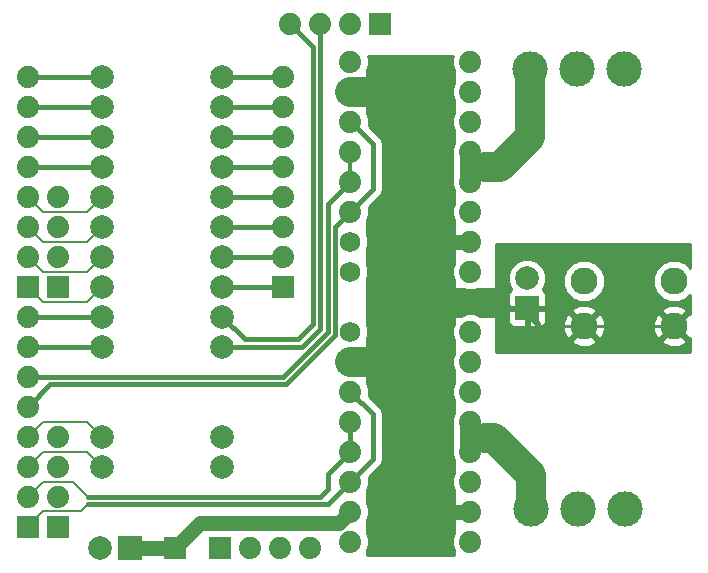
<source format=gtl>
%FSLAX46Y46*%
G04 Gerber Fmt 4.6, Leading zero omitted, Abs format (unit mm)*
G04 Created by KiCad (PCBNEW (2014-09-19 BZR 5142)-product) date Wed 08 Oct 2014 09:05:39 PM EDT*
%MOMM*%
G01*
G04 APERTURE LIST*
%ADD10C,0.100000*%
%ADD11R,1.998980X1.998980*%
%ADD12C,1.998980*%
%ADD13R,1.879600X1.879600*%
%ADD14C,1.879600*%
%ADD15C,1.727200*%
%ADD16C,2.286000*%
%ADD17C,3.000000*%
%ADD18C,0.203200*%
%ADD19C,0.381000*%
%ADD20C,0.304800*%
%ADD21C,0.508000*%
%ADD22C,2.540000*%
%ADD23C,1.778000*%
%ADD24C,1.270000*%
%ADD25C,0.254000*%
G04 APERTURE END LIST*
D10*
D11*
X62230000Y-84582000D03*
D12*
X59690000Y-84582000D03*
D13*
X53610000Y-82812000D03*
D14*
X53610000Y-80272000D03*
X53610000Y-77732000D03*
X53610000Y-75192000D03*
X53610000Y-72652000D03*
X53610000Y-70112000D03*
X53610000Y-67572000D03*
X53610000Y-65032000D03*
X91075000Y-61222000D03*
X91075000Y-58682000D03*
X91075000Y-56142000D03*
X91075000Y-53602000D03*
X91075000Y-51062000D03*
X91075000Y-48522000D03*
X91075000Y-45982000D03*
X91075000Y-43442000D03*
X80915000Y-43442000D03*
X80915000Y-45982000D03*
X80915000Y-48522000D03*
X80915000Y-51062000D03*
X80915000Y-53602000D03*
X80915000Y-56142000D03*
D15*
X80915000Y-58682000D03*
X80915000Y-61222000D03*
D11*
X95870000Y-64308000D03*
D12*
X95870000Y-61768000D03*
D13*
X56150000Y-82812000D03*
D14*
X56150000Y-80272000D03*
X56150000Y-77732000D03*
X56150000Y-75192000D03*
D13*
X53610000Y-62492000D03*
D14*
X53610000Y-59952000D03*
X53610000Y-57412000D03*
X53610000Y-54872000D03*
X53610000Y-52332000D03*
X53610000Y-49792000D03*
X53610000Y-47252000D03*
X53610000Y-44712000D03*
D13*
X69850000Y-84582000D03*
D14*
X72390000Y-84582000D03*
X74930000Y-84582000D03*
X77470000Y-84582000D03*
D13*
X83455000Y-40267000D03*
D14*
X80915000Y-40267000D03*
X78375000Y-40267000D03*
X75835000Y-40267000D03*
D13*
X56150000Y-62492000D03*
D14*
X56150000Y-59952000D03*
X56150000Y-57412000D03*
X56150000Y-54872000D03*
D13*
X75200000Y-62492000D03*
D14*
X75200000Y-59952000D03*
X75200000Y-57412000D03*
X75200000Y-54872000D03*
X75200000Y-52332000D03*
X75200000Y-49792000D03*
X75200000Y-47252000D03*
X75200000Y-44712000D03*
D12*
X70041260Y-75192000D03*
X59881260Y-75192000D03*
X70041260Y-67572000D03*
X59881260Y-67572000D03*
X70041260Y-65032000D03*
X59881260Y-65032000D03*
X59881260Y-62492000D03*
X70041260Y-62492000D03*
X59881260Y-59952000D03*
X70041260Y-59952000D03*
X59881260Y-57412000D03*
X70041260Y-57412000D03*
X59881260Y-54872000D03*
X70041260Y-54872000D03*
X59881260Y-52332000D03*
X70041260Y-52332000D03*
X59881260Y-49792000D03*
X70041260Y-49792000D03*
X59881260Y-47252000D03*
X70041260Y-47252000D03*
X59881260Y-44712000D03*
X70041260Y-44712000D03*
D16*
X108316000Y-65832000D03*
X108316000Y-62022000D03*
X100696000Y-65832000D03*
X100696000Y-62022000D03*
D13*
X66040000Y-84582000D03*
D12*
X70041260Y-77732000D03*
X59881260Y-77732000D03*
D14*
X91075000Y-84082000D03*
X91075000Y-81542000D03*
X91075000Y-79002000D03*
X91075000Y-76462000D03*
X91075000Y-73922000D03*
X91075000Y-71382000D03*
X91075000Y-68842000D03*
X91075000Y-66302000D03*
D15*
X80915000Y-66302000D03*
D14*
X80915000Y-68842000D03*
X80915000Y-71382000D03*
X80915000Y-73922000D03*
X80915000Y-76462000D03*
X80915000Y-79002000D03*
X80915000Y-81542000D03*
X80915000Y-84082000D03*
D17*
X96155000Y-44077000D03*
X104079800Y-44077000D03*
X100117400Y-44077000D03*
X104140000Y-81280000D03*
X96215200Y-81280000D03*
X100177600Y-81280000D03*
D18*
X54905399Y-81516601D02*
X53610000Y-82812000D01*
X58080409Y-81516601D02*
X54905399Y-81516601D01*
D19*
X79009990Y-80907010D02*
X80915000Y-79002000D01*
X58690000Y-80907010D02*
X59941297Y-80907010D01*
X59941297Y-80907010D02*
X79009990Y-80907010D01*
D18*
X58080409Y-81516601D02*
X58690000Y-80907010D01*
D19*
X82820000Y-73287000D02*
X80915000Y-71382000D01*
X82820000Y-77097000D02*
X82820000Y-73287000D01*
X80915000Y-79002000D02*
X82820000Y-77097000D01*
D18*
X53610000Y-80272000D02*
X54854601Y-79027399D01*
X54854601Y-79027399D02*
X57445399Y-79027399D01*
X57445399Y-79027399D02*
X58690000Y-80272000D01*
D19*
X80915000Y-76462000D02*
X80915000Y-73922000D01*
X79010000Y-79637000D02*
X79010000Y-78367000D01*
X78375000Y-80272000D02*
X79010000Y-79637000D01*
X79010000Y-78367000D02*
X80915000Y-76462000D01*
X58690000Y-80272000D02*
X78375000Y-80272000D01*
D18*
X58881771Y-76732511D02*
X59881260Y-77732000D01*
X58636659Y-76487399D02*
X58881771Y-76732511D01*
X54854601Y-76487399D02*
X58636659Y-76487399D01*
X53610000Y-77732000D02*
X54854601Y-76487399D01*
X58636659Y-73947399D02*
X58881771Y-74192511D01*
X58881771Y-74192511D02*
X59881260Y-75192000D01*
X54854601Y-73947399D02*
X58636659Y-73947399D01*
X53610000Y-75192000D02*
X54854601Y-73947399D01*
D19*
X80915000Y-56142000D02*
X82807290Y-54249710D01*
X82807290Y-54249710D02*
X82807290Y-50414290D01*
X82807290Y-50414290D02*
X81854799Y-49461799D01*
X81854799Y-49461799D02*
X80915000Y-48522000D01*
X79645010Y-66565029D02*
X75463029Y-70747010D01*
X55514990Y-70747010D02*
X53610000Y-72652000D01*
X75463029Y-70747010D02*
X55514990Y-70747010D01*
X79645010Y-60215028D02*
X79645010Y-60542608D01*
X79645010Y-60542608D02*
X79645010Y-66565029D01*
X79645010Y-57411990D02*
X80915000Y-56142000D01*
X79645010Y-60542608D02*
X79645010Y-57411990D01*
X53610000Y-70112000D02*
X70904790Y-70112000D01*
X70904790Y-70112000D02*
X71390000Y-70112000D01*
D20*
X80915000Y-53602000D02*
X80915000Y-51062000D01*
D19*
X79010000Y-55507000D02*
X80915000Y-53602000D01*
X79010000Y-66302000D02*
X79010000Y-55507000D01*
X75200000Y-70112000D02*
X79010000Y-66302000D01*
X70904790Y-70112000D02*
X75200000Y-70112000D01*
X53610000Y-67572000D02*
X59881260Y-67572000D01*
X53610000Y-65032000D02*
X59881260Y-65032000D01*
D18*
X58611260Y-63762000D02*
X59881260Y-62492000D01*
X54880000Y-63762000D02*
X58611260Y-63762000D01*
X53610000Y-62492000D02*
X54880000Y-63762000D01*
X58611260Y-61222000D02*
X59881260Y-59952000D01*
X54880000Y-61222000D02*
X58611260Y-61222000D01*
X53610000Y-59952000D02*
X54880000Y-61222000D01*
X54880000Y-58682000D02*
X58611260Y-58682000D01*
X59881260Y-57412000D02*
X58690000Y-58603260D01*
X54880000Y-58682000D02*
X53610000Y-57412000D01*
X58611260Y-58682000D02*
X58690000Y-58603260D01*
X54880000Y-56142000D02*
X58611260Y-56142000D01*
X53610000Y-54872000D02*
X54880000Y-56142000D01*
X58611260Y-56142000D02*
X59881260Y-54872000D01*
D19*
X53610000Y-52332000D02*
X59881260Y-52332000D01*
X53610000Y-49792000D02*
X59881260Y-49792000D01*
X53610000Y-47252000D02*
X59881260Y-47252000D01*
X53610000Y-44712000D02*
X59881260Y-44712000D01*
X78375000Y-41537000D02*
X78375000Y-40267000D01*
X78374990Y-41537010D02*
X78375000Y-41537000D01*
X78374990Y-66038972D02*
X78374990Y-41537010D01*
X76841962Y-67572000D02*
X78374990Y-66038972D01*
X70041260Y-67572000D02*
X76841962Y-67572000D01*
X77739980Y-42171980D02*
X75835000Y-40267000D01*
X77739980Y-65667020D02*
X77739980Y-42171980D01*
X76470010Y-66936990D02*
X77739980Y-65667020D01*
X71946250Y-66936990D02*
X76470010Y-66936990D01*
X70041260Y-65032000D02*
X71946250Y-66936990D01*
X70041260Y-62492000D02*
X75200000Y-62492000D01*
X70041260Y-59952000D02*
X75200000Y-59952000D01*
X70041260Y-57412000D02*
X75200000Y-57412000D01*
X70041260Y-54872000D02*
X75200000Y-54872000D01*
X70041260Y-52332000D02*
X75200000Y-52332000D01*
X70041260Y-49792000D02*
X75200000Y-49792000D01*
X70041260Y-47252000D02*
X75200000Y-47252000D01*
X70041260Y-44712000D02*
X75200000Y-44712000D01*
D21*
X84090000Y-49157000D02*
X84090000Y-51697000D01*
X85360000Y-75827000D02*
X85360000Y-73287000D01*
X86579846Y-64397000D02*
X85969923Y-63787077D01*
X95520000Y-64397000D02*
X86579846Y-64397000D01*
D22*
X80915000Y-45982000D02*
X84090000Y-45982000D01*
D23*
X84090000Y-45982000D02*
X84090000Y-49157000D01*
D24*
X91075000Y-58682000D02*
X89997370Y-58682000D01*
D23*
X85995000Y-58682000D02*
X85995000Y-63762000D01*
D22*
X80915000Y-68842000D02*
X85360000Y-68842000D01*
D23*
X85360000Y-68842000D02*
X85360000Y-73287000D01*
D24*
X91075000Y-81542000D02*
X85360000Y-81542000D01*
X85360000Y-75827000D02*
X85360000Y-81542000D01*
D21*
X96790000Y-65667000D02*
X96523855Y-65400855D01*
X96523855Y-65400855D02*
X95520000Y-64397000D01*
D25*
X96955000Y-65832000D02*
X108316000Y-65832000D01*
X96523855Y-65400855D02*
X96955000Y-65832000D01*
X84090000Y-55970503D02*
X86801497Y-58682000D01*
X84090000Y-51697000D02*
X84090000Y-55970503D01*
D24*
X86801497Y-58682000D02*
X85995000Y-58682000D01*
D25*
X85360000Y-61782260D02*
X88460260Y-58682000D01*
X85360000Y-68842000D02*
X85360000Y-61782260D01*
D24*
X88460260Y-58682000D02*
X86801497Y-58682000D01*
X89997370Y-58682000D02*
X88460260Y-58682000D01*
D25*
X96955000Y-65832000D02*
X100696000Y-65832000D01*
D23*
X92262753Y-75274247D02*
X92345000Y-75192000D01*
X91075000Y-73922000D02*
X91075000Y-75274247D01*
X91075000Y-75274247D02*
X91075000Y-76462000D01*
X91075000Y-75274247D02*
X92262753Y-75274247D01*
D22*
X96215200Y-78427200D02*
X96215200Y-81280000D01*
X93062247Y-75274247D02*
X96215200Y-78427200D01*
X92262753Y-75274247D02*
X93062247Y-75274247D01*
X96155000Y-49792000D02*
X96155000Y-44077000D01*
X93615000Y-52332000D02*
X96155000Y-49792000D01*
X92345000Y-52332000D02*
X93615000Y-52332000D01*
D23*
X91133716Y-52332000D02*
X91075000Y-52390716D01*
X91075000Y-52390716D02*
X91075000Y-53602000D01*
X92345000Y-52332000D02*
X91133716Y-52332000D01*
X91075000Y-51062000D02*
X91075000Y-52390716D01*
D24*
X66040000Y-84582000D02*
X62230000Y-84582000D01*
X80915000Y-81542000D02*
X79975201Y-82481799D01*
X79975201Y-82481799D02*
X68140201Y-82481799D01*
X68140201Y-82481799D02*
X66040000Y-84582000D01*
D25*
G36*
X109685000Y-67991000D02*
X109392358Y-67991000D01*
X109392358Y-67087963D01*
X108316000Y-66011605D01*
X108136395Y-66191210D01*
X108136395Y-65832000D01*
X107060037Y-64755642D01*
X106778342Y-64871806D01*
X106527938Y-65533333D01*
X106549751Y-66240329D01*
X106778342Y-66792194D01*
X107060037Y-66908358D01*
X108136395Y-65832000D01*
X108136395Y-66191210D01*
X107239642Y-67087963D01*
X107355806Y-67369658D01*
X108017333Y-67620062D01*
X108724329Y-67598249D01*
X109276194Y-67369658D01*
X109392358Y-67087963D01*
X109392358Y-67991000D01*
X105014000Y-67991000D01*
X102982000Y-67991000D01*
X102484062Y-67991000D01*
X102484062Y-66130667D01*
X102474308Y-65814523D01*
X102474308Y-61669886D01*
X102204194Y-61016160D01*
X101704471Y-60515564D01*
X101051218Y-60244309D01*
X100343886Y-60243692D01*
X99690160Y-60513806D01*
X99189564Y-61013529D01*
X98918309Y-61666782D01*
X98917692Y-62374114D01*
X99187806Y-63027840D01*
X99687529Y-63528436D01*
X100340782Y-63799691D01*
X101048114Y-63800308D01*
X101701840Y-63530194D01*
X102202436Y-63030471D01*
X102473691Y-62377218D01*
X102474308Y-61669886D01*
X102474308Y-65814523D01*
X102462249Y-65423671D01*
X102233658Y-64871806D01*
X101951963Y-64755642D01*
X101772358Y-64935247D01*
X101772358Y-64576037D01*
X101656194Y-64294342D01*
X100994667Y-64043938D01*
X100287671Y-64065751D01*
X99735806Y-64294342D01*
X99619642Y-64576037D01*
X100696000Y-65652395D01*
X101772358Y-64576037D01*
X101772358Y-64935247D01*
X100875605Y-65832000D01*
X101951963Y-66908358D01*
X102233658Y-66792194D01*
X102484062Y-66130667D01*
X102484062Y-67991000D01*
X101772358Y-67991000D01*
X101772358Y-67087963D01*
X100696000Y-66011605D01*
X100516395Y-66191210D01*
X100516395Y-65832000D01*
X99440037Y-64755642D01*
X99158342Y-64871806D01*
X98907938Y-65533333D01*
X98929751Y-66240329D01*
X99158342Y-66792194D01*
X99440037Y-66908358D01*
X100516395Y-65832000D01*
X100516395Y-66191210D01*
X99619642Y-67087963D01*
X99735806Y-67369658D01*
X100397333Y-67620062D01*
X101104329Y-67598249D01*
X101656194Y-67369658D01*
X101772358Y-67087963D01*
X101772358Y-67991000D01*
X97504774Y-67991000D01*
X97504774Y-61444306D01*
X97256462Y-60843345D01*
X96797073Y-60383154D01*
X96196547Y-60133794D01*
X95546306Y-60133226D01*
X94945345Y-60381538D01*
X94485154Y-60840927D01*
X94235794Y-61441453D01*
X94235226Y-62091694D01*
X94483538Y-62692655D01*
X94546269Y-62755496D01*
X94510812Y-62770183D01*
X94332183Y-62948811D01*
X94235510Y-63182200D01*
X94235510Y-63434819D01*
X94235510Y-64022250D01*
X94394260Y-64181000D01*
X95743000Y-64181000D01*
X95743000Y-64161000D01*
X95997000Y-64161000D01*
X95997000Y-64181000D01*
X97345740Y-64181000D01*
X97504490Y-64022250D01*
X97504490Y-63434819D01*
X97504490Y-63182200D01*
X97407817Y-62948811D01*
X97229188Y-62770183D01*
X97194145Y-62755667D01*
X97254846Y-62695073D01*
X97504206Y-62094547D01*
X97504774Y-61444306D01*
X97504774Y-67991000D01*
X97504490Y-67991000D01*
X97504490Y-65433800D01*
X97504490Y-65181181D01*
X97504490Y-64593750D01*
X97345740Y-64435000D01*
X95997000Y-64435000D01*
X95997000Y-65783740D01*
X96155750Y-65942490D01*
X96995799Y-65942490D01*
X97229188Y-65845817D01*
X97407817Y-65667189D01*
X97504490Y-65433800D01*
X97504490Y-67991000D01*
X95743000Y-67991000D01*
X95743000Y-65783740D01*
X95743000Y-64435000D01*
X94394260Y-64435000D01*
X94235510Y-64593750D01*
X94235510Y-65181181D01*
X94235510Y-65433800D01*
X94332183Y-65667189D01*
X94510812Y-65845817D01*
X94744201Y-65942490D01*
X95584250Y-65942490D01*
X95743000Y-65783740D01*
X95743000Y-67991000D01*
X94854000Y-67991000D01*
X93203000Y-67991000D01*
X93203000Y-64943000D01*
X91908665Y-64943000D01*
X91389621Y-64727474D01*
X90763127Y-64726927D01*
X90240191Y-64943000D01*
X89646741Y-64943000D01*
X89648145Y-65631746D01*
X89500474Y-65987379D01*
X89499927Y-66613873D01*
X89650893Y-66979238D01*
X89653299Y-68159333D01*
X89500474Y-68527379D01*
X89499927Y-69153873D01*
X89656098Y-69531836D01*
X89658453Y-70686920D01*
X89500474Y-71067379D01*
X89499927Y-71693873D01*
X89661303Y-72084434D01*
X89663608Y-73214508D01*
X89500474Y-73607379D01*
X89499927Y-74233873D01*
X89551000Y-74357478D01*
X89551000Y-75274247D01*
X89551000Y-76025698D01*
X89500474Y-76147379D01*
X89499927Y-76773873D01*
X89671714Y-77189629D01*
X89673916Y-78269682D01*
X89500474Y-78687379D01*
X89499927Y-79313873D01*
X89676919Y-79742226D01*
X89678000Y-80272129D01*
X89678000Y-80778394D01*
X89488955Y-81291833D01*
X89513951Y-81917828D01*
X89678000Y-82313878D01*
X89678000Y-82812000D01*
X89678000Y-83339848D01*
X89500474Y-83767379D01*
X89499927Y-84393873D01*
X89678000Y-84824842D01*
X89678000Y-85225000D01*
X82312000Y-85225000D01*
X82312000Y-84824151D01*
X82489526Y-84396621D01*
X82490073Y-83770127D01*
X82312000Y-83339157D01*
X82312000Y-82284151D01*
X82489526Y-81856621D01*
X82490073Y-81230127D01*
X82312000Y-80799157D01*
X82312000Y-79744151D01*
X82489526Y-79316621D01*
X82490073Y-78690127D01*
X82462072Y-78622361D01*
X83403717Y-77680717D01*
X83582663Y-77412905D01*
X83645500Y-77097000D01*
X83645501Y-77097000D01*
X83645500Y-77096994D01*
X83645500Y-73287005D01*
X83645500Y-73287000D01*
X83645501Y-73287000D01*
X83582663Y-72971095D01*
X83403717Y-72703283D01*
X82462394Y-71761960D01*
X82489526Y-71696621D01*
X82490073Y-71070127D01*
X82312000Y-70639157D01*
X82312000Y-70112000D01*
X82312000Y-69605605D01*
X82501045Y-69092167D01*
X82476049Y-68466172D01*
X82312000Y-68070121D01*
X82312000Y-67572000D01*
X82312000Y-66845449D01*
X82413339Y-66601398D01*
X82413859Y-66005218D01*
X82312000Y-65758699D01*
X82312000Y-61765449D01*
X82413339Y-61521398D01*
X82413859Y-60925218D01*
X82312000Y-60678699D01*
X82312000Y-59225449D01*
X82413339Y-58981398D01*
X82413859Y-58385218D01*
X82312000Y-58138699D01*
X82312000Y-56884151D01*
X82489526Y-56456621D01*
X82490073Y-55830127D01*
X82462072Y-55762361D01*
X83391007Y-54833427D01*
X83569953Y-54565616D01*
X83569953Y-54565615D01*
X83632790Y-54249710D01*
X83632790Y-50414295D01*
X83632790Y-50414290D01*
X83632791Y-50414290D01*
X83569953Y-50098385D01*
X83391007Y-49830574D01*
X83391007Y-49830573D01*
X83391003Y-49830570D01*
X82462394Y-48901960D01*
X82489526Y-48836621D01*
X82490073Y-48210127D01*
X82312000Y-47779157D01*
X82312000Y-47252000D01*
X82312000Y-46745605D01*
X82501045Y-46232167D01*
X82476049Y-45606172D01*
X82312000Y-45210121D01*
X82312000Y-44712000D01*
X82312000Y-44184151D01*
X82489526Y-43756621D01*
X82490073Y-43130127D01*
X82409034Y-42934000D01*
X89580771Y-42934000D01*
X89500474Y-43127379D01*
X89499927Y-43753873D01*
X89674993Y-44177566D01*
X89672635Y-45252767D01*
X89500474Y-45667379D01*
X89499927Y-46293873D01*
X89669452Y-46704155D01*
X89667035Y-47806254D01*
X89500474Y-48207379D01*
X89499927Y-48833873D01*
X89663911Y-49230745D01*
X89661435Y-50359740D01*
X89500474Y-50747379D01*
X89499927Y-51373873D01*
X89551000Y-51497478D01*
X89551000Y-52390716D01*
X89551000Y-53165698D01*
X89500474Y-53287379D01*
X89499927Y-53913873D01*
X89652829Y-54283924D01*
X89650235Y-55466713D01*
X89500474Y-55827379D01*
X89499927Y-56453873D01*
X89647288Y-56810513D01*
X89647000Y-56941861D01*
X89647000Y-57450000D01*
X89647000Y-58002589D01*
X89488955Y-58431833D01*
X89513951Y-59057828D01*
X89647000Y-59379038D01*
X89647000Y-59482000D01*
X89647000Y-59990000D01*
X89647000Y-60554505D01*
X89500474Y-60907379D01*
X89499927Y-61533873D01*
X89647000Y-61889816D01*
X89647000Y-62657000D01*
X90424363Y-62657000D01*
X90760379Y-62796526D01*
X91386873Y-62797073D01*
X91725875Y-62657000D01*
X93203000Y-62657000D01*
X93203000Y-58847000D01*
X109685000Y-58847000D01*
X109685000Y-60876722D01*
X109324471Y-60515564D01*
X108671218Y-60244309D01*
X107963886Y-60243692D01*
X107310160Y-60513806D01*
X106809564Y-61013529D01*
X106538309Y-61666782D01*
X106537692Y-62374114D01*
X106807806Y-63027840D01*
X107307529Y-63528436D01*
X107960782Y-63799691D01*
X108668114Y-63800308D01*
X109321840Y-63530194D01*
X109685000Y-63167667D01*
X109685000Y-64802255D01*
X109571963Y-64755642D01*
X109392358Y-64935247D01*
X109392358Y-64576037D01*
X109276194Y-64294342D01*
X108614667Y-64043938D01*
X107907671Y-64065751D01*
X107355806Y-64294342D01*
X107239642Y-64576037D01*
X108316000Y-65652395D01*
X109392358Y-64576037D01*
X109392358Y-64935247D01*
X108495605Y-65832000D01*
X109571963Y-66908358D01*
X109685000Y-66861744D01*
X109685000Y-67991000D01*
X109685000Y-67991000D01*
G37*
X109685000Y-67991000D02*
X109392358Y-67991000D01*
X109392358Y-67087963D01*
X108316000Y-66011605D01*
X108136395Y-66191210D01*
X108136395Y-65832000D01*
X107060037Y-64755642D01*
X106778342Y-64871806D01*
X106527938Y-65533333D01*
X106549751Y-66240329D01*
X106778342Y-66792194D01*
X107060037Y-66908358D01*
X108136395Y-65832000D01*
X108136395Y-66191210D01*
X107239642Y-67087963D01*
X107355806Y-67369658D01*
X108017333Y-67620062D01*
X108724329Y-67598249D01*
X109276194Y-67369658D01*
X109392358Y-67087963D01*
X109392358Y-67991000D01*
X105014000Y-67991000D01*
X102982000Y-67991000D01*
X102484062Y-67991000D01*
X102484062Y-66130667D01*
X102474308Y-65814523D01*
X102474308Y-61669886D01*
X102204194Y-61016160D01*
X101704471Y-60515564D01*
X101051218Y-60244309D01*
X100343886Y-60243692D01*
X99690160Y-60513806D01*
X99189564Y-61013529D01*
X98918309Y-61666782D01*
X98917692Y-62374114D01*
X99187806Y-63027840D01*
X99687529Y-63528436D01*
X100340782Y-63799691D01*
X101048114Y-63800308D01*
X101701840Y-63530194D01*
X102202436Y-63030471D01*
X102473691Y-62377218D01*
X102474308Y-61669886D01*
X102474308Y-65814523D01*
X102462249Y-65423671D01*
X102233658Y-64871806D01*
X101951963Y-64755642D01*
X101772358Y-64935247D01*
X101772358Y-64576037D01*
X101656194Y-64294342D01*
X100994667Y-64043938D01*
X100287671Y-64065751D01*
X99735806Y-64294342D01*
X99619642Y-64576037D01*
X100696000Y-65652395D01*
X101772358Y-64576037D01*
X101772358Y-64935247D01*
X100875605Y-65832000D01*
X101951963Y-66908358D01*
X102233658Y-66792194D01*
X102484062Y-66130667D01*
X102484062Y-67991000D01*
X101772358Y-67991000D01*
X101772358Y-67087963D01*
X100696000Y-66011605D01*
X100516395Y-66191210D01*
X100516395Y-65832000D01*
X99440037Y-64755642D01*
X99158342Y-64871806D01*
X98907938Y-65533333D01*
X98929751Y-66240329D01*
X99158342Y-66792194D01*
X99440037Y-66908358D01*
X100516395Y-65832000D01*
X100516395Y-66191210D01*
X99619642Y-67087963D01*
X99735806Y-67369658D01*
X100397333Y-67620062D01*
X101104329Y-67598249D01*
X101656194Y-67369658D01*
X101772358Y-67087963D01*
X101772358Y-67991000D01*
X97504774Y-67991000D01*
X97504774Y-61444306D01*
X97256462Y-60843345D01*
X96797073Y-60383154D01*
X96196547Y-60133794D01*
X95546306Y-60133226D01*
X94945345Y-60381538D01*
X94485154Y-60840927D01*
X94235794Y-61441453D01*
X94235226Y-62091694D01*
X94483538Y-62692655D01*
X94546269Y-62755496D01*
X94510812Y-62770183D01*
X94332183Y-62948811D01*
X94235510Y-63182200D01*
X94235510Y-63434819D01*
X94235510Y-64022250D01*
X94394260Y-64181000D01*
X95743000Y-64181000D01*
X95743000Y-64161000D01*
X95997000Y-64161000D01*
X95997000Y-64181000D01*
X97345740Y-64181000D01*
X97504490Y-64022250D01*
X97504490Y-63434819D01*
X97504490Y-63182200D01*
X97407817Y-62948811D01*
X97229188Y-62770183D01*
X97194145Y-62755667D01*
X97254846Y-62695073D01*
X97504206Y-62094547D01*
X97504774Y-61444306D01*
X97504774Y-67991000D01*
X97504490Y-67991000D01*
X97504490Y-65433800D01*
X97504490Y-65181181D01*
X97504490Y-64593750D01*
X97345740Y-64435000D01*
X95997000Y-64435000D01*
X95997000Y-65783740D01*
X96155750Y-65942490D01*
X96995799Y-65942490D01*
X97229188Y-65845817D01*
X97407817Y-65667189D01*
X97504490Y-65433800D01*
X97504490Y-67991000D01*
X95743000Y-67991000D01*
X95743000Y-65783740D01*
X95743000Y-64435000D01*
X94394260Y-64435000D01*
X94235510Y-64593750D01*
X94235510Y-65181181D01*
X94235510Y-65433800D01*
X94332183Y-65667189D01*
X94510812Y-65845817D01*
X94744201Y-65942490D01*
X95584250Y-65942490D01*
X95743000Y-65783740D01*
X95743000Y-67991000D01*
X94854000Y-67991000D01*
X93203000Y-67991000D01*
X93203000Y-64943000D01*
X91908665Y-64943000D01*
X91389621Y-64727474D01*
X90763127Y-64726927D01*
X90240191Y-64943000D01*
X89646741Y-64943000D01*
X89648145Y-65631746D01*
X89500474Y-65987379D01*
X89499927Y-66613873D01*
X89650893Y-66979238D01*
X89653299Y-68159333D01*
X89500474Y-68527379D01*
X89499927Y-69153873D01*
X89656098Y-69531836D01*
X89658453Y-70686920D01*
X89500474Y-71067379D01*
X89499927Y-71693873D01*
X89661303Y-72084434D01*
X89663608Y-73214508D01*
X89500474Y-73607379D01*
X89499927Y-74233873D01*
X89551000Y-74357478D01*
X89551000Y-75274247D01*
X89551000Y-76025698D01*
X89500474Y-76147379D01*
X89499927Y-76773873D01*
X89671714Y-77189629D01*
X89673916Y-78269682D01*
X89500474Y-78687379D01*
X89499927Y-79313873D01*
X89676919Y-79742226D01*
X89678000Y-80272129D01*
X89678000Y-80778394D01*
X89488955Y-81291833D01*
X89513951Y-81917828D01*
X89678000Y-82313878D01*
X89678000Y-82812000D01*
X89678000Y-83339848D01*
X89500474Y-83767379D01*
X89499927Y-84393873D01*
X89678000Y-84824842D01*
X89678000Y-85225000D01*
X82312000Y-85225000D01*
X82312000Y-84824151D01*
X82489526Y-84396621D01*
X82490073Y-83770127D01*
X82312000Y-83339157D01*
X82312000Y-82284151D01*
X82489526Y-81856621D01*
X82490073Y-81230127D01*
X82312000Y-80799157D01*
X82312000Y-79744151D01*
X82489526Y-79316621D01*
X82490073Y-78690127D01*
X82462072Y-78622361D01*
X83403717Y-77680717D01*
X83582663Y-77412905D01*
X83645500Y-77097000D01*
X83645501Y-77097000D01*
X83645500Y-77096994D01*
X83645500Y-73287005D01*
X83645500Y-73287000D01*
X83645501Y-73287000D01*
X83582663Y-72971095D01*
X83403717Y-72703283D01*
X82462394Y-71761960D01*
X82489526Y-71696621D01*
X82490073Y-71070127D01*
X82312000Y-70639157D01*
X82312000Y-70112000D01*
X82312000Y-69605605D01*
X82501045Y-69092167D01*
X82476049Y-68466172D01*
X82312000Y-68070121D01*
X82312000Y-67572000D01*
X82312000Y-66845449D01*
X82413339Y-66601398D01*
X82413859Y-66005218D01*
X82312000Y-65758699D01*
X82312000Y-61765449D01*
X82413339Y-61521398D01*
X82413859Y-60925218D01*
X82312000Y-60678699D01*
X82312000Y-59225449D01*
X82413339Y-58981398D01*
X82413859Y-58385218D01*
X82312000Y-58138699D01*
X82312000Y-56884151D01*
X82489526Y-56456621D01*
X82490073Y-55830127D01*
X82462072Y-55762361D01*
X83391007Y-54833427D01*
X83569953Y-54565616D01*
X83569953Y-54565615D01*
X83632790Y-54249710D01*
X83632790Y-50414295D01*
X83632790Y-50414290D01*
X83632791Y-50414290D01*
X83569953Y-50098385D01*
X83391007Y-49830574D01*
X83391007Y-49830573D01*
X83391003Y-49830570D01*
X82462394Y-48901960D01*
X82489526Y-48836621D01*
X82490073Y-48210127D01*
X82312000Y-47779157D01*
X82312000Y-47252000D01*
X82312000Y-46745605D01*
X82501045Y-46232167D01*
X82476049Y-45606172D01*
X82312000Y-45210121D01*
X82312000Y-44712000D01*
X82312000Y-44184151D01*
X82489526Y-43756621D01*
X82490073Y-43130127D01*
X82409034Y-42934000D01*
X89580771Y-42934000D01*
X89500474Y-43127379D01*
X89499927Y-43753873D01*
X89674993Y-44177566D01*
X89672635Y-45252767D01*
X89500474Y-45667379D01*
X89499927Y-46293873D01*
X89669452Y-46704155D01*
X89667035Y-47806254D01*
X89500474Y-48207379D01*
X89499927Y-48833873D01*
X89663911Y-49230745D01*
X89661435Y-50359740D01*
X89500474Y-50747379D01*
X89499927Y-51373873D01*
X89551000Y-51497478D01*
X89551000Y-52390716D01*
X89551000Y-53165698D01*
X89500474Y-53287379D01*
X89499927Y-53913873D01*
X89652829Y-54283924D01*
X89650235Y-55466713D01*
X89500474Y-55827379D01*
X89499927Y-56453873D01*
X89647288Y-56810513D01*
X89647000Y-56941861D01*
X89647000Y-57450000D01*
X89647000Y-58002589D01*
X89488955Y-58431833D01*
X89513951Y-59057828D01*
X89647000Y-59379038D01*
X89647000Y-59482000D01*
X89647000Y-59990000D01*
X89647000Y-60554505D01*
X89500474Y-60907379D01*
X89499927Y-61533873D01*
X89647000Y-61889816D01*
X89647000Y-62657000D01*
X90424363Y-62657000D01*
X90760379Y-62796526D01*
X91386873Y-62797073D01*
X91725875Y-62657000D01*
X93203000Y-62657000D01*
X93203000Y-58847000D01*
X109685000Y-58847000D01*
X109685000Y-60876722D01*
X109324471Y-60515564D01*
X108671218Y-60244309D01*
X107963886Y-60243692D01*
X107310160Y-60513806D01*
X106809564Y-61013529D01*
X106538309Y-61666782D01*
X106537692Y-62374114D01*
X106807806Y-63027840D01*
X107307529Y-63528436D01*
X107960782Y-63799691D01*
X108668114Y-63800308D01*
X109321840Y-63530194D01*
X109685000Y-63167667D01*
X109685000Y-64802255D01*
X109571963Y-64755642D01*
X109392358Y-64935247D01*
X109392358Y-64576037D01*
X109276194Y-64294342D01*
X108614667Y-64043938D01*
X107907671Y-64065751D01*
X107355806Y-64294342D01*
X107239642Y-64576037D01*
X108316000Y-65652395D01*
X109392358Y-64576037D01*
X109392358Y-64935247D01*
X108495605Y-65832000D01*
X109571963Y-66908358D01*
X109685000Y-66861744D01*
X109685000Y-67991000D01*
M02*

</source>
